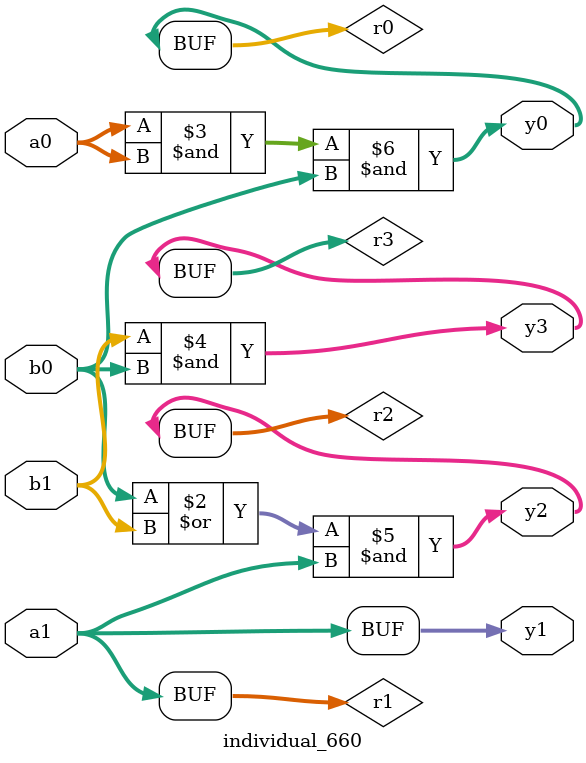
<source format=sv>
module individual_660(input logic [15:0] a1, input logic [15:0] a0, input logic [15:0] b1, input logic [15:0] b0, output logic [15:0] y3, output logic [15:0] y2, output logic [15:0] y1, output logic [15:0] y0);
logic [15:0] r0, r1, r2, r3; 
 always@(*) begin 
	 r0 = a0; r1 = a1; r2 = b0; r3 = b1; 
 	 r2  |=  b1 ;
 	 r0  &=  a0 ;
 	 r3  &=  b0 ;
 	 r2  &=  r1 ;
 	 r0  &=  b0 ;
 	 y3 = r3; y2 = r2; y1 = r1; y0 = r0; 
end
endmodule
</source>
